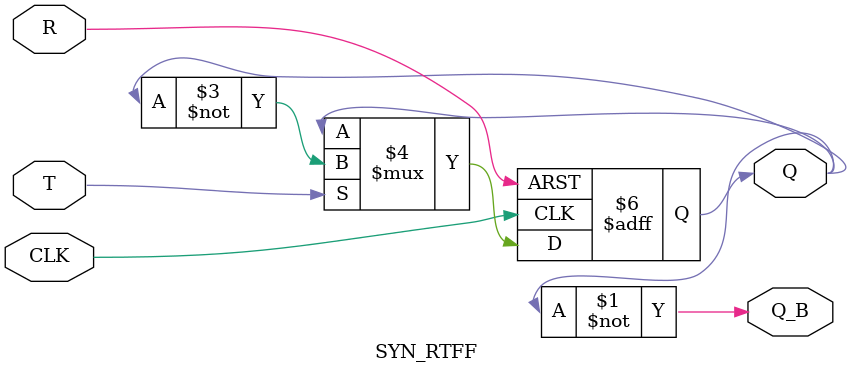
<source format=v>
/* Synchronization T Flip Flop with asynchronization R*/
module	SYN_RTFF	(R, T, CLK, Q, Q_B);
input	R, T, CLK;
output	Q, Q_B;
reg 	Q;

	assign	Q_B = ~Q;
	always	@(posedge CLK or posedge R)
	if (R)	Q <= 0;
	else if (T)		Q <= ~Q;
endmodule		

</source>
